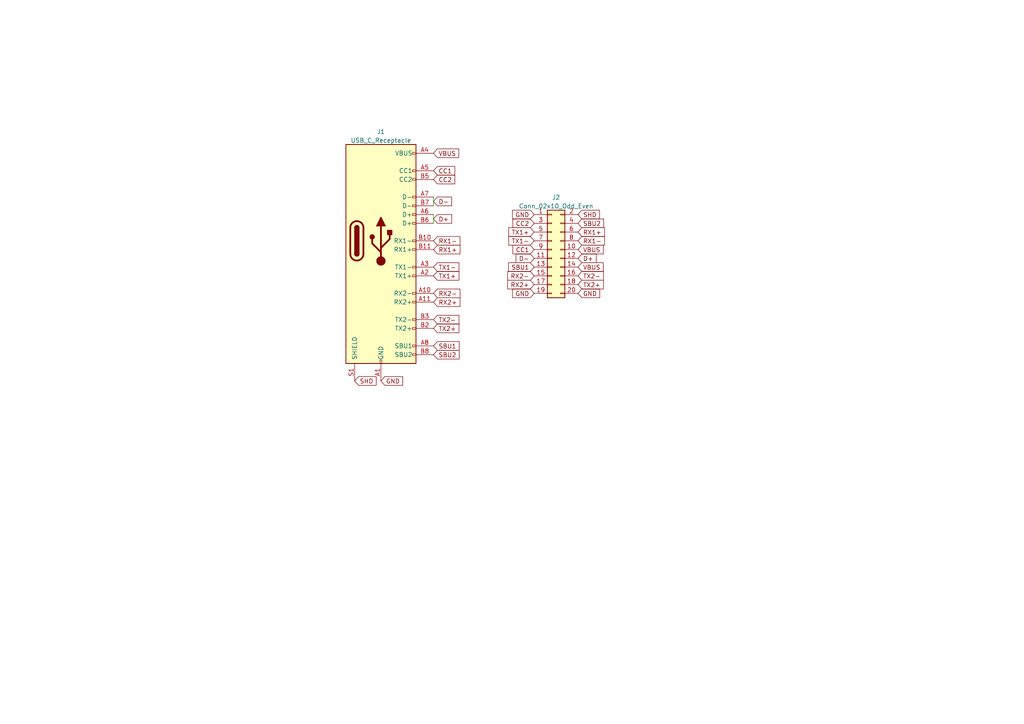
<source format=kicad_sch>
(kicad_sch (version 20211123) (generator eeschema)
  (paper "A4")
  (lib_symbols
    (symbol "Connector:USB_C_Receptacle" (pin_names (offset 1.016))
      (property "Reference" "J" (at -10.16 29.21 0))
      (property "Value" "USB_C_Receptacle" (at 10.16 29.21 0))
      (symbol "USB_C_Receptacle_0_0"
        (rectangle (start -0.254 -35.56) (end 0.254 -34.544))
        (rectangle (start 10.16 -32.766) (end 9.144 -33.274))
        (rectangle (start 10.16 -30.226) (end 9.144 -30.734))
        (rectangle (start 10.16 -25.146) (end 9.144 -25.654))
        (rectangle (start 10.16 -22.606) (end 9.144 -23.114))
        (rectangle (start 10.16 -17.526) (end 9.144 -18.034))
        (rectangle (start 10.16 -14.986) (end 9.144 -15.494))
        (rectangle (start 10.16 -9.906) (end 9.144 -10.414))
        (rectangle (start 10.16 -7.366) (end 9.144 -7.874))
        (rectangle (start 10.16 -2.286) (end 9.144 -2.794))
        (rectangle (start 10.16 0.254) (end 9.144 -0.254))
        (rectangle (start 10.16 5.334) (end 9.144 4.826))
        (rectangle (start 10.16 7.874) (end 9.144 7.366))
        (rectangle (start 10.16 10.414) (end 9.144 9.906))
        (rectangle (start 10.16 12.954) (end 9.144 12.446))
        (rectangle (start 10.16 18.034) (end 9.144 17.526))
        (rectangle (start 10.16 20.574) (end 9.144 20.066))
        (rectangle (start 10.16 25.654) (end 9.144 25.146))
      )
      (symbol "USB_C_Receptacle_0_1"
        (rectangle (start -10.16 27.94) (end 10.16 -35.56) (stroke (width 0.254)) (fill (type background)))
        (arc (start -8.89 -3.81) (mid -6.985 -5.715) (end -5.08 -3.81) (stroke (width 0.508)))
        (arc (start -7.62 -3.81) (mid -6.985 -4.445) (end -6.35 -3.81) (stroke (width 0.254)))
        (arc (start -7.62 -3.81) (mid -6.985 -4.445) (end -6.35 -3.81) (stroke (width 0.254)) (fill (type outline)))
        (rectangle (start -7.62 -3.81) (end -6.35 3.81) (stroke (width 0.254)) (fill (type outline)))
        (arc (start -6.35 3.81) (mid -6.985 4.445) (end -7.62 3.81) (stroke (width 0.254)))
        (arc (start -6.35 3.81) (mid -6.985 4.445) (end -7.62 3.81) (stroke (width 0.254)) (fill (type outline)))
        (arc (start -5.08 3.81) (mid -6.985 5.715) (end -8.89 3.81) (stroke (width 0.508)))
        (polyline (pts (xy -8.89 -3.81) (xy -8.89 3.81)) (stroke (width 0.508)))
        (polyline (pts (xy -5.08 3.81) (xy -5.08 -3.81)) (stroke (width 0.508)))
      )
      (symbol "USB_C_Receptacle_1_1"
        (circle (center -2.54 1.143) (radius 0.635) (stroke (width 0.254)) (fill (type outline)))
        (circle (center 0 -5.842) (radius 1.27) (fill (type outline)))
        (polyline (pts (xy 0 -5.842) (xy 0 4.318)) (stroke (width 0.508)))
        (polyline (pts (xy 0 -3.302) (xy -2.54 -0.762) (xy -2.54 0.508)) (stroke (width 0.508)))
        (polyline (pts (xy 0 -2.032) (xy 2.54 0.508) (xy 2.54 1.778)) (stroke (width 0.508)))
        (polyline (pts (xy -1.27 4.318) (xy 0 6.858) (xy 1.27 4.318) (xy -1.27 4.318)) (stroke (width 0.254)) (fill (type outline)))
        (rectangle (start 1.905 1.778) (end 3.175 3.048) (stroke (width 0.254)) (fill (type outline)))
        (pin passive line (at 0 -40.64 90) (length 5.08) (name "GND") (number "A1"))
        (pin bidirectional line (at 15.24 -15.24 180) (length 5.08) (name "RX2-") (number "A10"))
        (pin bidirectional line (at 15.24 -17.78 180) (length 5.08) (name "RX2+") (number "A11"))
        (pin passive line (at 0 -40.64 90) (length 5.08) hide (name "GND") (number "A12"))
        (pin bidirectional line (at 15.24 -10.16 180) (length 5.08) (name "TX1+") (number "A2"))
        (pin bidirectional line (at 15.24 -7.62 180) (length 5.08) (name "TX1-") (number "A3"))
        (pin passive line (at 15.24 25.4 180) (length 5.08) (name "VBUS") (number "A4"))
        (pin bidirectional line (at 15.24 20.32 180) (length 5.08) (name "CC1") (number "A5"))
        (pin bidirectional line (at 15.24 7.62 180) (length 5.08) (name "D+") (number "A6"))
        (pin bidirectional line (at 15.24 12.7 180) (length 5.08) (name "D-") (number "A7"))
        (pin bidirectional line (at 15.24 -30.48 180) (length 5.08) (name "SBU1") (number "A8"))
        (pin passive line (at 15.24 25.4 180) (length 5.08) hide (name "VBUS") (number "A9"))
        (pin passive line (at 0 -40.64 90) (length 5.08) hide (name "GND") (number "B1"))
        (pin bidirectional line (at 15.24 0 180) (length 5.08) (name "RX1-") (number "B10"))
        (pin bidirectional line (at 15.24 -2.54 180) (length 5.08) (name "RX1+") (number "B11"))
        (pin passive line (at 0 -40.64 90) (length 5.08) hide (name "GND") (number "B12"))
        (pin bidirectional line (at 15.24 -25.4 180) (length 5.08) (name "TX2+") (number "B2"))
        (pin bidirectional line (at 15.24 -22.86 180) (length 5.08) (name "TX2-") (number "B3"))
        (pin passive line (at 15.24 25.4 180) (length 5.08) hide (name "VBUS") (number "B4"))
        (pin bidirectional line (at 15.24 17.78 180) (length 5.08) (name "CC2") (number "B5"))
        (pin bidirectional line (at 15.24 5.08 180) (length 5.08) (name "D+") (number "B6"))
        (pin bidirectional line (at 15.24 10.16 180) (length 5.08) (name "D-") (number "B7"))
        (pin bidirectional line (at 15.24 -33.02 180) (length 5.08) (name "SBU2") (number "B8"))
        (pin passive line (at 15.24 25.4 180) (length 5.08) hide (name "VBUS") (number "B9"))
        (pin passive line (at -7.62 -40.64 90) (length 5.08) (name "SHIELD") (number "S1"))
      )
    )
    (symbol "Connector_Generic:Conn_02x10_Odd_Even" (pin_names (offset 1.016) hide)
      (property "Reference" "J" (at 1.27 12.7 0))
      (property "Value" "Conn_02x10_Odd_Even" (at 1.27 -15.24 0))
      (symbol "Conn_02x10_Odd_Even_1_1"
        (rectangle (start -1.27 -12.573) (end 0 -12.827) (stroke (width 0.1524)))
        (rectangle (start -1.27 -10.033) (end 0 -10.287) (stroke (width 0.1524)))
        (rectangle (start -1.27 -7.493) (end 0 -7.747) (stroke (width 0.1524)))
        (rectangle (start -1.27 -4.953) (end 0 -5.207) (stroke (width 0.1524)))
        (rectangle (start -1.27 -2.413) (end 0 -2.667) (stroke (width 0.1524)))
        (rectangle (start -1.27 0.127) (end 0 -0.127) (stroke (width 0.1524)))
        (rectangle (start -1.27 2.667) (end 0 2.413) (stroke (width 0.1524)))
        (rectangle (start -1.27 5.207) (end 0 4.953) (stroke (width 0.1524)))
        (rectangle (start -1.27 7.747) (end 0 7.493) (stroke (width 0.1524)))
        (rectangle (start -1.27 10.287) (end 0 10.033) (stroke (width 0.1524)))
        (rectangle (start -1.27 11.43) (end 3.81 -13.97) (stroke (width 0.254)) (fill (type background)))
        (rectangle (start 3.81 -12.573) (end 2.54 -12.827) (stroke (width 0.1524)))
        (rectangle (start 3.81 -10.033) (end 2.54 -10.287) (stroke (width 0.1524)))
        (rectangle (start 3.81 -7.493) (end 2.54 -7.747) (stroke (width 0.1524)))
        (rectangle (start 3.81 -4.953) (end 2.54 -5.207) (stroke (width 0.1524)))
        (rectangle (start 3.81 -2.413) (end 2.54 -2.667) (stroke (width 0.1524)))
        (rectangle (start 3.81 0.127) (end 2.54 -0.127) (stroke (width 0.1524)))
        (rectangle (start 3.81 2.667) (end 2.54 2.413) (stroke (width 0.1524)))
        (rectangle (start 3.81 5.207) (end 2.54 4.953) (stroke (width 0.1524)))
        (rectangle (start 3.81 7.747) (end 2.54 7.493) (stroke (width 0.1524)))
        (rectangle (start 3.81 10.287) (end 2.54 10.033) (stroke (width 0.1524)))
        (pin passive line (at -5.08 10.16 0) (length 3.81) (name "Pin_1") (number "1"))
        (pin passive line (at 7.62 0 180) (length 3.81) (name "Pin_10") (number "10"))
        (pin passive line (at -5.08 -2.54 0) (length 3.81) (name "Pin_11") (number "11"))
        (pin passive line (at 7.62 -2.54 180) (length 3.81) (name "Pin_12") (number "12"))
        (pin passive line (at -5.08 -5.08 0) (length 3.81) (name "Pin_13") (number "13"))
        (pin passive line (at 7.62 -5.08 180) (length 3.81) (name "Pin_14") (number "14"))
        (pin passive line (at -5.08 -7.62 0) (length 3.81) (name "Pin_15") (number "15"))
        (pin passive line (at 7.62 -7.62 180) (length 3.81) (name "Pin_16") (number "16"))
        (pin passive line (at -5.08 -10.16 0) (length 3.81) (name "Pin_17") (number "17"))
        (pin passive line (at 7.62 -10.16 180) (length 3.81) (name "Pin_18") (number "18"))
        (pin passive line (at -5.08 -12.7 0) (length 3.81) (name "Pin_19") (number "19"))
        (pin passive line (at 7.62 10.16 180) (length 3.81) (name "Pin_2") (number "2"))
        (pin passive line (at 7.62 -12.7 180) (length 3.81) (name "Pin_20") (number "20"))
        (pin passive line (at -5.08 7.62 0) (length 3.81) (name "Pin_3") (number "3"))
        (pin passive line (at 7.62 7.62 180) (length 3.81) (name "Pin_4") (number "4"))
        (pin passive line (at -5.08 5.08 0) (length 3.81) (name "Pin_5") (number "5"))
        (pin passive line (at 7.62 5.08 180) (length 3.81) (name "Pin_6") (number "6"))
        (pin passive line (at -5.08 2.54 0) (length 3.81) (name "Pin_7") (number "7"))
        (pin passive line (at 7.62 2.54 180) (length 3.81) (name "Pin_8") (number "8"))
        (pin passive line (at -5.08 0 0) (length 3.81) (name "Pin_9") (number "9"))
      )
    )
  )
  (wire (pts (xy 125.73 57.15) (xy 125.73 59.69)))
  (wire (pts (xy 125.73 62.23) (xy 125.73 64.77)))
  (global_label "GND" (shape input) (at 154.94 85.09 180) (property "Intersheet References" "${INTERSHEET_REFS}" (effects hide)))
  (global_label "SBU2" (shape input) (at 167.64 64.77 0) (property "Intersheet References" "${INTERSHEET_REFS}" (effects hide)))
  (global_label "RX2-" (shape input) (at 154.94 80.01 180) (property "Intersheet References" "${INTERSHEET_REFS}" (effects hide)))
  (global_label "SBU1" (shape input) (at 154.94 77.47 180) (property "Intersheet References" "${INTERSHEET_REFS}" (effects hide)))
  (global_label "TX2+" (shape input) (at 125.73 95.25 0) (property "Intersheet References" "${INTERSHEET_REFS}" (effects hide)))
  (global_label "VBUS" (shape input) (at 125.73 44.45 0) (property "Intersheet References" "${INTERSHEET_REFS}" (effects hide)))
  (global_label "CC2" (shape input) (at 154.94 64.77 180) (property "Intersheet References" "${INTERSHEET_REFS}" (effects hide)))
  (global_label "VBUS" (shape input) (at 167.64 72.39 0) (property "Intersheet References" "${INTERSHEET_REFS}" (effects hide)))
  (global_label "CC2" (shape input) (at 125.73 52.07 0) (property "Intersheet References" "${INTERSHEET_REFS}" (effects hide)))
  (global_label "RX2+" (shape input) (at 125.73 87.63 0) (property "Intersheet References" "${INTERSHEET_REFS}" (effects hide)))
  (global_label "VBUS" (shape input) (at 167.64 77.47 0) (property "Intersheet References" "${INTERSHEET_REFS}" (effects hide)))
  (global_label "D-" (shape input) (at 154.94 74.93 180) (property "Intersheet References" "${INTERSHEET_REFS}" (effects hide)))
  (global_label "SBU1" (shape input) (at 125.73 100.33 0) (property "Intersheet References" "${INTERSHEET_REFS}" (effects hide)))
  (global_label "TX2-" (shape input) (at 167.64 80.01 0) (property "Intersheet References" "${INTERSHEET_REFS}" (effects hide)))
  (global_label "GND" (shape input) (at 110.49 110.49 0) (property "Intersheet References" "${INTERSHEET_REFS}" (effects hide)))
  (global_label "D+" (shape input) (at 125.73 63.5 0) (property "Intersheet References" "${INTERSHEET_REFS}" (effects hide)))
  (global_label "RX2+" (shape input) (at 154.94 82.55 180) (property "Intersheet References" "${INTERSHEET_REFS}" (effects hide)))
  (global_label "CC1" (shape input) (at 125.73 49.53 0) (property "Intersheet References" "${INTERSHEET_REFS}" (effects hide)))
  (global_label "RX2-" (shape input) (at 125.73 85.09 0) (property "Intersheet References" "${INTERSHEET_REFS}" (effects hide)))
  (global_label "SHD" (shape input) (at 102.87 110.49 0) (property "Intersheet References" "${INTERSHEET_REFS}" (effects hide)))
  (global_label "GND" (shape input) (at 154.94 62.23 180) (property "Intersheet References" "${INTERSHEET_REFS}" (effects hide)))
  (global_label "TX2+" (shape input) (at 167.64 82.55 0) (property "Intersheet References" "${INTERSHEET_REFS}" (effects hide)))
  (global_label "GND" (shape input) (at 167.64 85.09 0) (property "Intersheet References" "${INTERSHEET_REFS}" (effects hide)))
  (global_label "D-" (shape input) (at 125.73 58.42 0) (property "Intersheet References" "${INTERSHEET_REFS}" (effects hide)))
  (global_label "CC1" (shape input) (at 154.94 72.39 180) (property "Intersheet References" "${INTERSHEET_REFS}" (effects hide)))
  (global_label "TX1+" (shape input) (at 154.94 67.31 180) (property "Intersheet References" "${INTERSHEET_REFS}" (effects hide)))
  (global_label "RX1+" (shape input) (at 125.73 72.39 0) (property "Intersheet References" "${INTERSHEET_REFS}" (effects hide)))
  (global_label "D+" (shape input) (at 167.64 74.93 0) (property "Intersheet References" "${INTERSHEET_REFS}" (effects hide)))
  (global_label "TX2-" (shape input) (at 125.73 92.71 0) (property "Intersheet References" "${INTERSHEET_REFS}" (effects hide)))
  (global_label "RX1-" (shape input) (at 125.73 69.85 0) (property "Intersheet References" "${INTERSHEET_REFS}" (effects hide)))
  (global_label "RX1-" (shape input) (at 167.64 69.85 0) (property "Intersheet References" "${INTERSHEET_REFS}" (effects hide)))
  (global_label "SBU2" (shape input) (at 125.73 102.87 0) (property "Intersheet References" "${INTERSHEET_REFS}" (effects hide)))
  (global_label "RX1+" (shape input) (at 167.64 67.31 0) (property "Intersheet References" "${INTERSHEET_REFS}" (effects hide)))
  (global_label "SHD" (shape input) (at 167.64 62.23 0) (property "Intersheet References" "${INTERSHEET_REFS}" (effects hide)))
  (global_label "TX1-" (shape input) (at 154.94 69.85 180) (property "Intersheet References" "${INTERSHEET_REFS}" (effects hide)))
  (global_label "TX1-" (shape input) (at 125.73 77.47 0) (property "Intersheet References" "${INTERSHEET_REFS}" (effects hide)))
  (global_label "TX1+" (shape input) (at 125.73 80.01 0) (property "Intersheet References" "${INTERSHEET_REFS}" (effects hide)))
  (symbol (lib_id "Connector:USB_C_Receptacle") (at 110.49 69.85 0) (unit 1)
    (property "Reference" "J1" (at 110.49 38.2102 0))
    (property "Value" "USB_C_Receptacle" (at 110.49 40.7471 0))
    (property "Footprint" "Connector_USB:USB_C_Receptacle_Amphenol_12401548E4-2A" (effects hide))
    (property "Datasheet" "https://www.usb.org/sites/default/files/documents/usb_type-c.zip" (effects hide))
  )
  (symbol (lib_id "Connector_Generic:Conn_02x10_Odd_Even") (at 160.02 72.39 0) (unit 1)
    (property "Reference" "J2" (at 161.29 57.2602 0))
    (property "Value" "Conn_02x10_Odd_Even" (at 161.29 59.7971 0))
    (property "Footprint" "Connector_PinHeader_1.27mm:PinHeader_2x10_P1.27mm_Vertical_SMD" (effects hide))
  )
)
</source>
